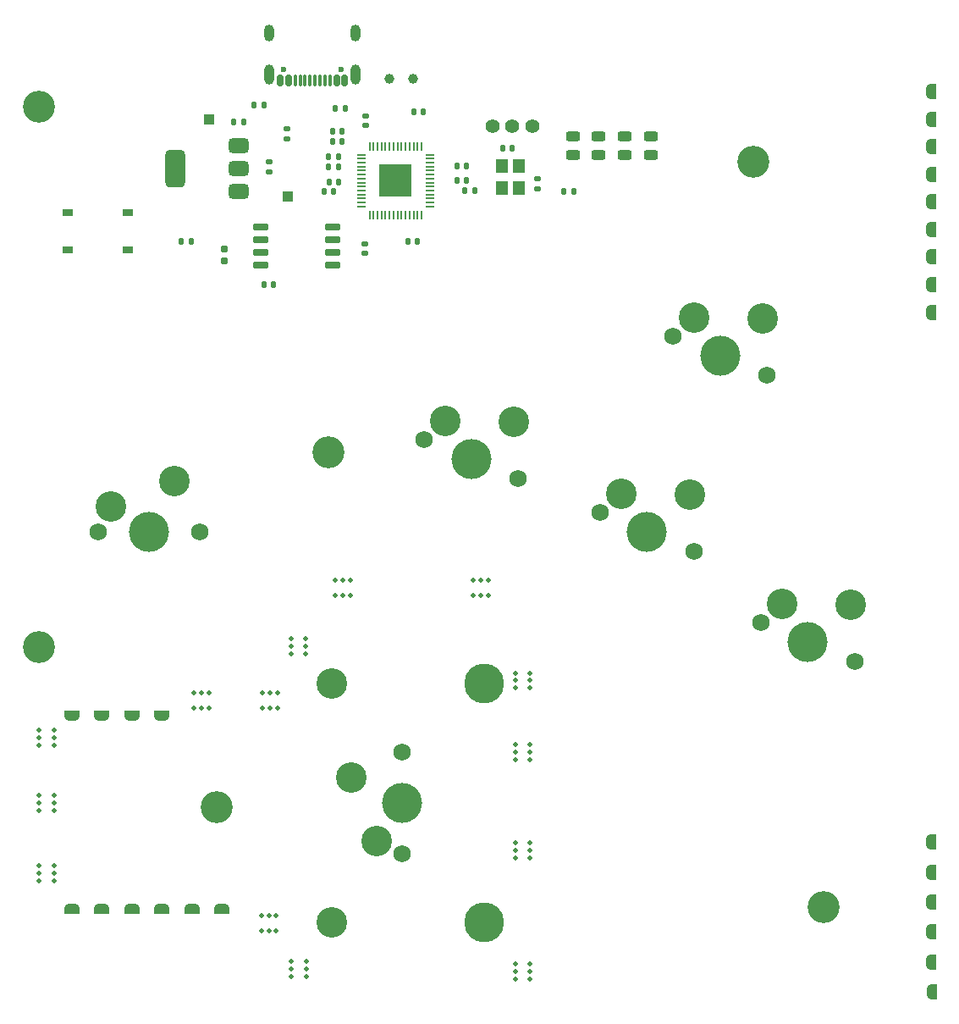
<source format=gbr>
%TF.GenerationSoftware,KiCad,Pcbnew,8.0.4*%
%TF.CreationDate,2024-07-29T01:22:02-07:00*%
%TF.ProjectId,panel_1,70616e65-6c5f-4312-9e6b-696361645f70,rev?*%
%TF.SameCoordinates,Original*%
%TF.FileFunction,Soldermask,Top*%
%TF.FilePolarity,Negative*%
%FSLAX46Y46*%
G04 Gerber Fmt 4.6, Leading zero omitted, Abs format (unit mm)*
G04 Created by KiCad (PCBNEW 8.0.4) date 2024-07-29 01:22:02*
%MOMM*%
%LPD*%
G01*
G04 APERTURE LIST*
G04 Aperture macros list*
%AMRoundRect*
0 Rectangle with rounded corners*
0 $1 Rounding radius*
0 $2 $3 $4 $5 $6 $7 $8 $9 X,Y pos of 4 corners*
0 Add a 4 corners polygon primitive as box body*
4,1,4,$2,$3,$4,$5,$6,$7,$8,$9,$2,$3,0*
0 Add four circle primitives for the rounded corners*
1,1,$1+$1,$2,$3*
1,1,$1+$1,$4,$5*
1,1,$1+$1,$6,$7*
1,1,$1+$1,$8,$9*
0 Add four rect primitives between the rounded corners*
20,1,$1+$1,$2,$3,$4,$5,0*
20,1,$1+$1,$4,$5,$6,$7,0*
20,1,$1+$1,$6,$7,$8,$9,0*
20,1,$1+$1,$8,$9,$2,$3,0*%
%AMFreePoly0*
4,1,19,0.500000,-0.750000,0.000000,-0.750000,0.000000,-0.744911,-0.071157,-0.744911,-0.207708,-0.704816,-0.327430,-0.627875,-0.420627,-0.520320,-0.479746,-0.390866,-0.500000,-0.250000,-0.500000,0.250000,-0.479746,0.390866,-0.420627,0.520320,-0.327430,0.627875,-0.207708,0.704816,-0.071157,0.744911,0.000000,0.744911,0.000000,0.750000,0.500000,0.750000,0.500000,-0.750000,0.500000,-0.750000,
$1*%
%AMFreePoly1*
4,1,19,0.000000,0.744911,0.071157,0.744911,0.207708,0.704816,0.327430,0.627875,0.420627,0.520320,0.479746,0.390866,0.500000,0.250000,0.500000,-0.250000,0.479746,-0.390866,0.420627,-0.520320,0.327430,-0.627875,0.207708,-0.704816,0.071157,-0.744911,0.000000,-0.744911,0.000000,-0.750000,-0.500000,-0.750000,-0.500000,0.750000,0.000000,0.750000,0.000000,0.744911,0.000000,0.744911,
$1*%
G04 Aperture macros list end*
%ADD10C,0.500000*%
%ADD11RoundRect,0.140000X0.140000X0.170000X-0.140000X0.170000X-0.140000X-0.170000X0.140000X-0.170000X0*%
%ADD12R,1.000000X1.000000*%
%ADD13RoundRect,0.243750X0.456250X-0.243750X0.456250X0.243750X-0.456250X0.243750X-0.456250X-0.243750X0*%
%ADD14C,1.750000*%
%ADD15C,3.050000*%
%ADD16C,4.000000*%
%ADD17RoundRect,0.150000X0.650000X0.150000X-0.650000X0.150000X-0.650000X-0.150000X0.650000X-0.150000X0*%
%ADD18RoundRect,0.140000X-0.140000X-0.170000X0.140000X-0.170000X0.140000X0.170000X-0.140000X0.170000X0*%
%ADD19R,1.200000X1.400000*%
%ADD20C,1.400000*%
%ADD21C,3.200000*%
%ADD22RoundRect,0.140000X-0.170000X0.140000X-0.170000X-0.140000X0.170000X-0.140000X0.170000X0.140000X0*%
%ADD23R,3.200000X3.200000*%
%ADD24RoundRect,0.050000X0.387500X-0.050000X0.387500X0.050000X-0.387500X0.050000X-0.387500X-0.050000X0*%
%ADD25RoundRect,0.050000X0.050000X-0.387500X0.050000X0.387500X-0.050000X0.387500X-0.050000X-0.387500X0*%
%ADD26FreePoly0,0.000000*%
%ADD27RoundRect,0.135000X0.135000X0.185000X-0.135000X0.185000X-0.135000X-0.185000X0.135000X-0.185000X0*%
%ADD28RoundRect,0.140000X0.170000X-0.140000X0.170000X0.140000X-0.170000X0.140000X-0.170000X-0.140000X0*%
%ADD29C,1.000000*%
%ADD30RoundRect,0.160000X-0.160000X0.197500X-0.160000X-0.197500X0.160000X-0.197500X0.160000X0.197500X0*%
%ADD31RoundRect,0.135000X-0.135000X-0.185000X0.135000X-0.185000X0.135000X0.185000X-0.135000X0.185000X0*%
%ADD32R,1.000000X0.750000*%
%ADD33RoundRect,0.375000X0.625000X0.375000X-0.625000X0.375000X-0.625000X-0.375000X0.625000X-0.375000X0*%
%ADD34RoundRect,0.500000X0.500000X1.400000X-0.500000X1.400000X-0.500000X-1.400000X0.500000X-1.400000X0*%
%ADD35RoundRect,0.135000X-0.185000X0.135000X-0.185000X-0.135000X0.185000X-0.135000X0.185000X0.135000X0*%
%ADD36O,1.000000X1.700000*%
%ADD37O,1.000000X2.000000*%
%ADD38RoundRect,0.150000X0.150000X0.420000X-0.150000X0.420000X-0.150000X-0.420000X0.150000X-0.420000X0*%
%ADD39RoundRect,0.075000X0.075000X0.495000X-0.075000X0.495000X-0.075000X-0.495000X0.075000X-0.495000X0*%
%ADD40C,0.600000*%
%ADD41FreePoly1,90.000000*%
%ADD42FreePoly0,90.000000*%
%ADD43C,3.048000*%
%ADD44C,3.987800*%
G04 APERTURE END LIST*
D10*
%TO.C,mouse-bite-2mm-slot*%
X74200000Y-84200000D03*
X75700000Y-84200000D03*
X74200000Y-83450000D03*
X75700000Y-83450000D03*
X74200000Y-82700000D03*
X75700000Y-82700000D03*
%TD*%
%TO.C,mouse-bite-2mm-slot*%
X93950000Y-78350000D03*
X93950000Y-76850000D03*
X93200000Y-78350000D03*
X93200000Y-76850000D03*
X92450000Y-78350000D03*
X92450000Y-76850000D03*
%TD*%
%TO.C,mouse-bite-2mm-slot*%
X49050000Y-93350000D03*
X50550000Y-93350000D03*
X49050000Y-92600000D03*
X50550000Y-92600000D03*
X49050000Y-91850000D03*
X50550000Y-91850000D03*
%TD*%
%TO.C,mouse-bite-2mm-slot*%
X66000000Y-89600000D03*
X66000000Y-88100000D03*
X65250000Y-89600000D03*
X65250000Y-88100000D03*
X64500000Y-89600000D03*
X64500000Y-88100000D03*
%TD*%
%TO.C,mouse-bite-2mm-slot*%
X96650000Y-116700000D03*
X98150000Y-116700000D03*
X96650000Y-115950000D03*
X98150000Y-115950000D03*
X96650000Y-115200000D03*
X98150000Y-115200000D03*
%TD*%
%TO.C,mouse-bite-2mm-slot*%
X49050000Y-99850000D03*
X50550000Y-99850000D03*
X49050000Y-99100000D03*
X50550000Y-99100000D03*
X49050000Y-98350000D03*
X50550000Y-98350000D03*
%TD*%
%TO.C,mouse-bite-2mm-slot*%
X96650000Y-94750000D03*
X98150000Y-94750000D03*
X96650000Y-94000000D03*
X98150000Y-94000000D03*
X96650000Y-93250000D03*
X98150000Y-93250000D03*
%TD*%
%TO.C,mouse-bite-2mm-slot*%
X72850000Y-89600000D03*
X72850000Y-88100000D03*
X72100000Y-89600000D03*
X72100000Y-88100000D03*
X71350000Y-89600000D03*
X71350000Y-88100000D03*
%TD*%
%TO.C,mouse-bite-2mm-slot*%
X72750000Y-111850000D03*
X72750000Y-110350000D03*
X72000000Y-111850000D03*
X72000000Y-110350000D03*
X71250000Y-111850000D03*
X71250000Y-110350000D03*
%TD*%
%TO.C,mouse-bite-2mm-slot*%
X96650000Y-87600000D03*
X98150000Y-87600000D03*
X96650000Y-86850000D03*
X98150000Y-86850000D03*
X96650000Y-86100000D03*
X98150000Y-86100000D03*
%TD*%
%TO.C,mouse-bite-2mm-slot*%
X80150000Y-78350000D03*
X80150000Y-76850000D03*
X79400000Y-78350000D03*
X79400000Y-76850000D03*
X78650000Y-78350000D03*
X78650000Y-76850000D03*
%TD*%
%TO.C,mouse-bite-2mm-slot*%
X74250000Y-116450000D03*
X75750000Y-116450000D03*
X74250000Y-115700000D03*
X75750000Y-115700000D03*
X74250000Y-114950000D03*
X75750000Y-114950000D03*
%TD*%
%TO.C,mouse-bite-2mm-slot*%
X96650000Y-104600000D03*
X98150000Y-104600000D03*
X96650000Y-103850000D03*
X98150000Y-103850000D03*
X96650000Y-103100000D03*
X98150000Y-103100000D03*
%TD*%
%TO.C,mouse-bite-2mm-slot*%
X49050000Y-106850000D03*
X50550000Y-106850000D03*
X49050000Y-106100000D03*
X50550000Y-106100000D03*
X49050000Y-105350000D03*
X50550000Y-105350000D03*
%TD*%
D11*
%TO.C,C6*%
X78400000Y-32930000D03*
X79360000Y-32930000D03*
%TD*%
D12*
%TO.C,TP2*%
X73900000Y-38500000D03*
%TD*%
D13*
%TO.C,D4*%
X110190000Y-32475000D03*
X110190000Y-34350000D03*
%TD*%
D14*
%TO.C,SW20_RIGHT*%
X130597251Y-84944032D03*
D15*
X130194629Y-79278708D03*
D16*
X125903943Y-83000000D03*
D15*
X123355978Y-79195322D03*
D14*
X121210635Y-81055968D03*
%TD*%
D17*
%TO.C,U3*%
X71210000Y-45349000D03*
X71210000Y-44079000D03*
X71210000Y-42809000D03*
X71210000Y-41539000D03*
X78410000Y-41539000D03*
X78410000Y-42809000D03*
X78410000Y-44079000D03*
X78410000Y-45349000D03*
%TD*%
D18*
%TO.C,C5*%
X72496000Y-47254000D03*
X71536000Y-47254000D03*
%TD*%
D19*
%TO.C,Y1*%
X95296000Y-37630000D03*
X95296000Y-35430000D03*
X96996000Y-35430000D03*
X96996000Y-37630000D03*
%TD*%
D20*
%TO.C,J2*%
X94380000Y-31430000D03*
X96380000Y-31430000D03*
X98380000Y-31430000D03*
%TD*%
D18*
%TO.C,C8*%
X91800000Y-35430000D03*
X90840000Y-35430000D03*
%TD*%
D21*
%TO.C,H2*%
X49000000Y-83500000D03*
%TD*%
D22*
%TO.C,C3*%
X98852000Y-37688000D03*
X98852000Y-36728000D03*
%TD*%
D23*
%TO.C,U1*%
X84678000Y-36878000D03*
D24*
X81240500Y-39478000D03*
X81240500Y-39078000D03*
X81240500Y-38678000D03*
X81240500Y-38278000D03*
X81240500Y-37878000D03*
X81240500Y-37478000D03*
X81240500Y-37078000D03*
X81240500Y-36678000D03*
X81240500Y-36278000D03*
X81240500Y-35878000D03*
X81240500Y-35478000D03*
X81240500Y-35078000D03*
X81240500Y-34678000D03*
X81240500Y-34278000D03*
D25*
X82078000Y-33440500D03*
X82478000Y-33440500D03*
X82878000Y-33440500D03*
X83278000Y-33440500D03*
X83678000Y-33440500D03*
X84078000Y-33440500D03*
X84478000Y-33440500D03*
X84878000Y-33440500D03*
X85278000Y-33440500D03*
X85678000Y-33440500D03*
X86078000Y-33440500D03*
X86478000Y-33440500D03*
X86878000Y-33440500D03*
X87278000Y-33440500D03*
D24*
X88115500Y-34278000D03*
X88115500Y-34678000D03*
X88115500Y-35078000D03*
X88115500Y-35478000D03*
X88115500Y-35878000D03*
X88115500Y-36278000D03*
X88115500Y-36678000D03*
X88115500Y-37078000D03*
X88115500Y-37478000D03*
X88115500Y-37878000D03*
X88115500Y-38278000D03*
X88115500Y-38678000D03*
X88115500Y-39078000D03*
X88115500Y-39478000D03*
D25*
X87278000Y-40315500D03*
X86878000Y-40315500D03*
X86478000Y-40315500D03*
X86078000Y-40315500D03*
X85678000Y-40315500D03*
X85278000Y-40315500D03*
X84878000Y-40315500D03*
X84478000Y-40315500D03*
X84078000Y-40315500D03*
X83678000Y-40315500D03*
X83278000Y-40315500D03*
X82878000Y-40315500D03*
X82478000Y-40315500D03*
X82078000Y-40315500D03*
%TD*%
D26*
%TO.C,JP8*%
X138280000Y-44500000D03*
%TD*%
D27*
%TO.C,R4*%
X91570000Y-37856000D03*
X92590000Y-37856000D03*
%TD*%
D21*
%TO.C,H5*%
X78000000Y-64000000D03*
%TD*%
D14*
%TO.C,SW17_W*%
X121818199Y-56358489D03*
D15*
X121415577Y-50693165D03*
D16*
X117124891Y-54414457D03*
D15*
X114576926Y-50609779D03*
D14*
X112431583Y-52470425D03*
%TD*%
D21*
%TO.C,H4*%
X127500000Y-109500000D03*
%TD*%
D11*
%TO.C,C4*%
X95400000Y-33680000D03*
X96360000Y-33680000D03*
%TD*%
%TO.C,C9*%
X77520000Y-38000000D03*
X78480000Y-38000000D03*
%TD*%
D26*
%TO.C,JP5*%
X138280000Y-36250000D03*
%TD*%
%TO.C,JP10*%
X138280000Y-103000000D03*
%TD*%
D13*
%TO.C,D2*%
X105010000Y-32475000D03*
X105010000Y-34350000D03*
%TD*%
D26*
%TO.C,JP16*%
X138270000Y-115000000D03*
%TD*%
D28*
%TO.C,C2*%
X72000000Y-35020000D03*
X72000000Y-35980000D03*
%TD*%
D29*
%TO.C,TP3*%
X86400000Y-26700000D03*
%TD*%
D26*
%TO.C,JP12*%
X138280000Y-109000000D03*
%TD*%
D11*
%TO.C,C10*%
X78020000Y-37000000D03*
X78980000Y-37000000D03*
%TD*%
D26*
%TO.C,JP9*%
X138280000Y-50050000D03*
%TD*%
D27*
%TO.C,R9*%
X101490000Y-38000000D03*
X102510000Y-38000000D03*
%TD*%
D12*
%TO.C,TP1*%
X66000000Y-30750000D03*
%TD*%
D26*
%TO.C,JP3*%
X138280000Y-30750000D03*
%TD*%
D29*
%TO.C,TP4*%
X84100000Y-26700000D03*
%TD*%
D26*
%TO.C,JP4*%
X138280000Y-33500000D03*
%TD*%
D30*
%TO.C,R6*%
X67571000Y-44930500D03*
X67571000Y-43735500D03*
%TD*%
D18*
%TO.C,C15*%
X87480000Y-30000000D03*
X86520000Y-30000000D03*
%TD*%
D13*
%TO.C,D3*%
X107600000Y-32475000D03*
X107600000Y-34350000D03*
%TD*%
D28*
%TO.C,C11*%
X81700000Y-30420000D03*
X81700000Y-31380000D03*
%TD*%
D31*
%TO.C,R1*%
X71510000Y-29347000D03*
X70490000Y-29347000D03*
%TD*%
D26*
%TO.C,JP7*%
X138280000Y-41750000D03*
%TD*%
%TO.C,JP1*%
X138280000Y-47250000D03*
%TD*%
D32*
%TO.C,SW1*%
X57905000Y-43805000D03*
X51905000Y-43805000D03*
X57905000Y-40055000D03*
X51905000Y-40055000D03*
%TD*%
D18*
%TO.C,C14*%
X91800000Y-36840000D03*
X90840000Y-36840000D03*
%TD*%
D31*
%TO.C,R8*%
X79010000Y-35500000D03*
X77990000Y-35500000D03*
%TD*%
D14*
%TO.C,SW18_DOWN*%
X114528080Y-73958394D03*
D15*
X114125458Y-68293070D03*
D16*
X109834772Y-72014362D03*
D15*
X107286807Y-68209684D03*
D14*
X105141464Y-70070330D03*
%TD*%
D31*
%TO.C,R5*%
X64271000Y-42936000D03*
X63251000Y-42936000D03*
%TD*%
D26*
%TO.C,JP6*%
X138280000Y-39000000D03*
%TD*%
D33*
%TO.C,U2*%
X68972000Y-33378000D03*
X68972000Y-35678000D03*
X68972000Y-37978000D03*
D34*
X62672000Y-35678000D03*
%TD*%
D26*
%TO.C,JP13*%
X138280000Y-112000000D03*
%TD*%
D14*
%TO.C,SW8_DP*%
X65080000Y-71991696D03*
D15*
X62540000Y-66911696D03*
D16*
X60000000Y-71991696D03*
D15*
X56190000Y-69451696D03*
D14*
X54920000Y-71991696D03*
%TD*%
D26*
%TO.C,JP2*%
X138280000Y-28000000D03*
%TD*%
D22*
%TO.C,C12*%
X81630000Y-44160000D03*
X81630000Y-43200000D03*
%TD*%
D11*
%TO.C,C7*%
X78400000Y-31930000D03*
X79360000Y-31930000D03*
%TD*%
D31*
%TO.C,R3*%
X79640000Y-29680000D03*
X78620000Y-29680000D03*
%TD*%
D26*
%TO.C,JP14*%
X138300000Y-118000000D03*
%TD*%
D21*
%TO.C,H3*%
X120500000Y-35000000D03*
%TD*%
D18*
%TO.C,C1*%
X69480000Y-31000000D03*
X68520000Y-31000000D03*
%TD*%
D13*
%TO.C,D1*%
X102420000Y-32475000D03*
X102420000Y-34350000D03*
%TD*%
D18*
%TO.C,C13*%
X86860000Y-42930000D03*
X85900000Y-42930000D03*
%TD*%
D35*
%TO.C,R2*%
X73822000Y-32688000D03*
X73822000Y-31668000D03*
%TD*%
D36*
%TO.C,J1*%
X72060000Y-22100000D03*
D37*
X72060000Y-26295000D03*
D36*
X80700000Y-22100000D03*
D37*
X80700000Y-26295000D03*
D38*
X79580000Y-26865000D03*
X78780000Y-26865000D03*
D39*
X78130000Y-26865000D03*
X77130000Y-26865000D03*
X75630000Y-26865000D03*
X74630000Y-26865000D03*
D38*
X73980000Y-26865000D03*
X73180000Y-26865000D03*
X73180000Y-26865000D03*
X73980000Y-26865000D03*
D39*
X75130000Y-26865000D03*
X76130000Y-26865000D03*
X76630000Y-26865000D03*
X77630000Y-26865000D03*
D38*
X78780000Y-26865000D03*
X79580000Y-26865000D03*
D40*
X73490000Y-25795000D03*
X79270000Y-25795000D03*
%TD*%
D21*
%TO.C,H1*%
X49000000Y-29500000D03*
%TD*%
D31*
%TO.C,R7*%
X79010000Y-34500000D03*
X77990000Y-34500000D03*
%TD*%
D26*
%TO.C,JP11*%
X138280000Y-106000000D03*
%TD*%
D14*
%TO.C,SW19_LEFT*%
X96928175Y-66668275D03*
D15*
X96525553Y-61002951D03*
D16*
X92234867Y-64724243D03*
D15*
X89686902Y-60919565D03*
D14*
X87541559Y-62780211D03*
%TD*%
%TO.C,SW16_SPACE*%
X85310000Y-104140000D03*
D15*
X82770000Y-102870000D03*
D16*
X85310000Y-99060000D03*
D15*
X80230000Y-96520000D03*
D14*
X85310000Y-93980000D03*
%TD*%
D41*
%TO.C,JP11*%
X55300000Y-109670000D03*
%TD*%
D42*
%TO.C,JP17*%
X52300000Y-90350000D03*
%TD*%
D41*
%TO.C,JP14*%
X67300000Y-109650000D03*
%TD*%
D42*
%TO.C,JP20*%
X61300000Y-90350000D03*
%TD*%
D41*
%TO.C,JP12*%
X58300000Y-109670000D03*
%TD*%
%TO.C,JP10*%
X52300000Y-109670000D03*
%TD*%
%TO.C,JP13*%
X61300000Y-109670000D03*
%TD*%
D42*
%TO.C,JP18*%
X55300000Y-90350000D03*
%TD*%
D41*
%TO.C,JP16*%
X64300000Y-109650000D03*
%TD*%
D21*
%TO.C,H13*%
X66800000Y-99500000D03*
%TD*%
D42*
%TO.C,JP19*%
X58300000Y-90350000D03*
%TD*%
D43*
%TO.C,S1*%
X78325000Y-110998000D03*
D44*
X93535000Y-110998000D03*
D43*
X78325000Y-87122000D03*
D44*
X93535000Y-87122000D03*
%TD*%
M02*

</source>
